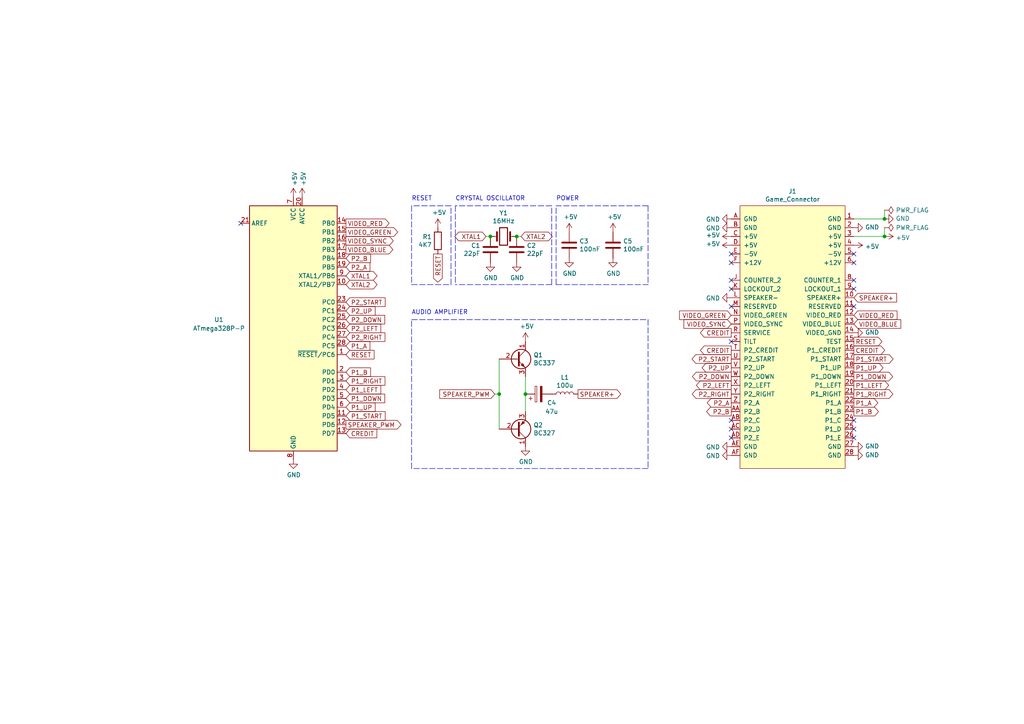
<source format=kicad_sch>
(kicad_sch (version 20211123) (generator eeschema)
  (paper "A4")
  (title_block (title "Comb Board") (date "2021-05-24") (rev "0.0.0") (company "jameswilddev"))
  (lib_symbols
    (symbol "Comb:Game_Connector" (pin_names (offset 1.016))
      (property "Reference" "J" (at 0 36.83 0))
      (property "Value" "Game_Connector" (at 0 -44.45 0))
      (symbol "Game_Connector_0_1"
        (rectangle (start -15.24 34.29) (end 15.24 -41.91) (fill (type background)))
      )
      (symbol "Game_Connector_1_1"
        (pin passive line (at 17.78 30.48 180) (length 2.54) (name "GND") (number "1"))
        (pin passive line (at 17.78 7.62 180) (length 2.54) (name "SPEAKER+") (number "10"))
        (pin passive line (at 17.78 5.08 180) (length 2.54) (name "RESERVED") (number "11"))
        (pin passive line (at 17.78 2.54 180) (length 2.54) (name "VIDEO_RED") (number "12"))
        (pin passive line (at 17.78 0 180) (length 2.54) (name "VIDEO_BLUE") (number "13"))
        (pin passive line (at 17.78 -2.54 180) (length 2.54) (name "VIDEO_GND") (number "14"))
        (pin passive line (at 17.78 -5.08 180) (length 2.54) (name "TEST") (number "15"))
        (pin passive line (at 17.78 -7.62 180) (length 2.54) (name "P1_CREDIT") (number "16"))
        (pin passive line (at 17.78 -10.16 180) (length 2.54) (name "P1_START") (number "17"))
        (pin passive line (at 17.78 -12.7 180) (length 2.54) (name "P1_UP") (number "18"))
        (pin passive line (at 17.78 -15.24 180) (length 2.54) (name "P1_DOWN") (number "19"))
        (pin passive line (at 17.78 27.94 180) (length 2.54) (name "GND") (number "2"))
        (pin passive line (at 17.78 -17.78 180) (length 2.54) (name "P1_LEFT") (number "20"))
        (pin passive line (at 17.78 -20.32 180) (length 2.54) (name "P1_RIGHT") (number "21"))
        (pin passive line (at 17.78 -22.86 180) (length 2.54) (name "P1_A") (number "22"))
        (pin passive line (at 17.78 -25.4 180) (length 2.54) (name "P1_B") (number "23"))
        (pin passive line (at 17.78 -27.94 180) (length 2.54) (name "P1_C") (number "24"))
        (pin passive line (at 17.78 -30.48 180) (length 2.54) (name "P1_D") (number "25"))
        (pin passive line (at 17.78 -33.02 180) (length 2.54) (name "P1_E") (number "26"))
        (pin passive line (at 17.78 -35.56 180) (length 2.54) (name "GND") (number "27"))
        (pin passive line (at 17.78 -38.1 180) (length 2.54) (name "GND") (number "28"))
        (pin passive line (at 17.78 25.4 180) (length 2.54) (name "+5V") (number "3"))
        (pin passive line (at 17.78 22.86 180) (length 2.54) (name "+5V") (number "4"))
        (pin passive line (at 17.78 20.32 180) (length 2.54) (name "-5V") (number "5"))
        (pin passive line (at 17.78 17.78 180) (length 2.54) (name "+12V") (number "6"))
        (pin passive line (at 17.78 12.7 180) (length 2.54) (name "COUNTER_1") (number "8"))
        (pin passive line (at 17.78 10.16 180) (length 2.54) (name "LOCKOUT_1") (number "9"))
        (pin passive line (at -17.78 30.48 0) (length 2.54) (name "GND") (number "A"))
        (pin passive line (at -17.78 -25.4 0) (length 2.54) (name "P2_B") (number "AA"))
        (pin passive line (at -17.78 -27.94 0) (length 2.54) (name "P2_C") (number "AB"))
        (pin passive line (at -17.78 -30.48 0) (length 2.54) (name "P2_D") (number "AC"))
        (pin passive line (at -17.78 -33.02 0) (length 2.54) (name "P2_E") (number "AD"))
        (pin passive line (at -17.78 -35.56 0) (length 2.54) (name "GND") (number "AE"))
        (pin passive line (at -17.78 -38.1 0) (length 2.54) (name "GND") (number "AF"))
        (pin passive line (at -17.78 27.94 0) (length 2.54) (name "GND") (number "B"))
        (pin passive line (at -17.78 25.4 0) (length 2.54) (name "+5V") (number "C"))
        (pin passive line (at -17.78 22.86 0) (length 2.54) (name "+5V") (number "D"))
        (pin passive line (at -17.78 20.32 0) (length 2.54) (name "-5V") (number "E"))
        (pin passive line (at -17.78 17.78 0) (length 2.54) (name "+12V") (number "F"))
        (pin passive line (at -17.78 12.7 0) (length 2.54) (name "COUNTER_2") (number "J"))
        (pin passive line (at -17.78 10.16 0) (length 2.54) (name "LOCKOUT_2") (number "K"))
        (pin passive line (at -17.78 7.62 0) (length 2.54) (name "SPEAKER-") (number "L"))
        (pin passive line (at -17.78 5.08 0) (length 2.54) (name "RESERVED") (number "M"))
        (pin passive line (at -17.78 2.54 0) (length 2.54) (name "VIDEO_GREEN") (number "N"))
        (pin passive line (at -17.78 0 0) (length 2.54) (name "VIDEO_SYNC") (number "P"))
        (pin passive line (at -17.78 -2.54 0) (length 2.54) (name "SERVICE") (number "R"))
        (pin passive line (at -17.78 -5.08 0) (length 2.54) (name "TILT") (number "S"))
        (pin passive line (at -17.78 -7.62 0) (length 2.54) (name "P2_CREDIT") (number "T"))
        (pin passive line (at -17.78 -10.16 0) (length 2.54) (name "P2_START") (number "U"))
        (pin passive line (at -17.78 -12.7 0) (length 2.54) (name "P2_UP") (number "V"))
        (pin passive line (at -17.78 -15.24 0) (length 2.54) (name "P2_DOWN") (number "W"))
        (pin passive line (at -17.78 -17.78 0) (length 2.54) (name "P2_LEFT") (number "X"))
        (pin passive line (at -17.78 -20.32 0) (length 2.54) (name "P2_RIGHT") (number "Y"))
        (pin passive line (at -17.78 -22.86 0) (length 2.54) (name "P2_A") (number "Z"))
      )
    )
    (symbol "Device:C" (pin_numbers hide) (pin_names (offset 0.254))
      (property "Reference" "C" (at 0.635 2.54 0))
      (property "Value" "C" (at 0.635 -2.54 0))
      (symbol "C_0_1"
        (polyline (pts (xy -2.032 -0.762) (xy 2.032 -0.762)) (stroke (width 0.508)))
        (polyline (pts (xy -2.032 0.762) (xy 2.032 0.762)) (stroke (width 0.508)))
      )
      (symbol "C_1_1"
        (pin passive line (at 0 3.81 270) (length 2.794) (name "~") (number "1"))
        (pin passive line (at 0 -3.81 90) (length 2.794) (name "~") (number "2"))
      )
    )
    (symbol "Device:C_Polarized" (pin_numbers hide) (pin_names (offset 0.254))
      (property "Reference" "C" (at 0.635 2.54 0))
      (property "Value" "C_Polarized" (at 0.635 -2.54 0))
      (symbol "C_Polarized_0_1"
        (rectangle (start -2.286 0.508) (end 2.286 1.016))
        (polyline (pts (xy -1.778 2.286) (xy -0.762 2.286)))
        (polyline (pts (xy -1.27 2.794) (xy -1.27 1.778)))
        (rectangle (start 2.286 -0.508) (end -2.286 -1.016) (fill (type outline)))
      )
      (symbol "C_Polarized_1_1"
        (pin passive line (at 0 3.81 270) (length 2.794) (name "~") (number "1"))
        (pin passive line (at 0 -3.81 90) (length 2.794) (name "~") (number "2"))
      )
    )
    (symbol "Device:Crystal" (pin_numbers hide) (pin_names (offset 1.016) hide)
      (property "Reference" "Y" (at 0 3.81 0))
      (property "Value" "Crystal" (at 0 -3.81 0))
      (symbol "Crystal_0_1"
        (rectangle (start -1.143 2.54) (end 1.143 -2.54) (stroke (width 0.3048)))
        (polyline (pts (xy -2.54 0) (xy -1.905 0)))
        (polyline (pts (xy -1.905 -1.27) (xy -1.905 1.27)) (stroke (width 0.508)))
        (polyline (pts (xy 1.905 -1.27) (xy 1.905 1.27)) (stroke (width 0.508)))
        (polyline (pts (xy 2.54 0) (xy 1.905 0)))
      )
      (symbol "Crystal_1_1"
        (pin passive line (at -3.81 0 0) (length 1.27) (name "1") (number "1"))
        (pin passive line (at 3.81 0 180) (length 1.27) (name "2") (number "2"))
      )
    )
    (symbol "Device:L" (pin_numbers hide) (pin_names (offset 1.016) hide)
      (property "Reference" "L" (at -1.27 0 90))
      (property "Value" "L" (at 1.905 0 90))
      (symbol "L_0_1"
        (arc (start 0 -2.54) (mid 0.635 -1.905) (end 0 -1.27))
        (arc (start 0 -1.27) (mid 0.635 -0.635) (end 0 0))
        (arc (start 0 0) (mid 0.635 0.635) (end 0 1.27))
        (arc (start 0 1.27) (mid 0.635 1.905) (end 0 2.54))
      )
      (symbol "L_1_1"
        (pin passive line (at 0 3.81 270) (length 1.27) (name "1") (number "1"))
        (pin passive line (at 0 -3.81 90) (length 1.27) (name "2") (number "2"))
      )
    )
    (symbol "Device:R" (pin_numbers hide) (pin_names (offset 0))
      (property "Reference" "R" (at 2.032 0 90))
      (property "Value" "R" (at 0 0 90))
      (symbol "R_0_1"
        (rectangle (start -1.016 -2.54) (end 1.016 2.54) (stroke (width 0.254)))
      )
      (symbol "R_1_1"
        (pin passive line (at 0 3.81 270) (length 1.27) (name "~") (number "1"))
        (pin passive line (at 0 -3.81 90) (length 1.27) (name "~") (number "2"))
      )
    )
    (symbol "MCU_Microchip_ATmega:ATmega328P-P"
      (property "Reference" "U" (at -12.7 36.83 0))
      (property "Value" "ATmega328P-P" (at 2.54 -36.83 0))
      (symbol "ATmega328P-P_0_1"
        (rectangle (start -12.7 -35.56) (end 12.7 35.56) (stroke (width 0.254)) (fill (type background)))
      )
      (symbol "ATmega328P-P_1_1"
        (pin bidirectional line (at 15.24 -7.62 180) (length 2.54) (name "~{RESET}/PC6") (number "1"))
        (pin bidirectional line (at 15.24 12.7 180) (length 2.54) (name "XTAL2/PB7") (number "10"))
        (pin bidirectional line (at 15.24 -25.4 180) (length 2.54) (name "PD5") (number "11"))
        (pin bidirectional line (at 15.24 -27.94 180) (length 2.54) (name "PD6") (number "12"))
        (pin bidirectional line (at 15.24 -30.48 180) (length 2.54) (name "PD7") (number "13"))
        (pin bidirectional line (at 15.24 30.48 180) (length 2.54) (name "PB0") (number "14"))
        (pin bidirectional line (at 15.24 27.94 180) (length 2.54) (name "PB1") (number "15"))
        (pin bidirectional line (at 15.24 25.4 180) (length 2.54) (name "PB2") (number "16"))
        (pin bidirectional line (at 15.24 22.86 180) (length 2.54) (name "PB3") (number "17"))
        (pin bidirectional line (at 15.24 20.32 180) (length 2.54) (name "PB4") (number "18"))
        (pin bidirectional line (at 15.24 17.78 180) (length 2.54) (name "PB5") (number "19"))
        (pin bidirectional line (at 15.24 -12.7 180) (length 2.54) (name "PD0") (number "2"))
        (pin power_in line (at 2.54 38.1 270) (length 2.54) (name "AVCC") (number "20"))
        (pin passive line (at -15.24 30.48 0) (length 2.54) (name "AREF") (number "21"))
        (pin passive line (at 0 -38.1 90) (length 2.54) hide (name "GND") (number "22"))
        (pin bidirectional line (at 15.24 7.62 180) (length 2.54) (name "PC0") (number "23"))
        (pin bidirectional line (at 15.24 5.08 180) (length 2.54) (name "PC1") (number "24"))
        (pin bidirectional line (at 15.24 2.54 180) (length 2.54) (name "PC2") (number "25"))
        (pin bidirectional line (at 15.24 0 180) (length 2.54) (name "PC3") (number "26"))
        (pin bidirectional line (at 15.24 -2.54 180) (length 2.54) (name "PC4") (number "27"))
        (pin bidirectional line (at 15.24 -5.08 180) (length 2.54) (name "PC5") (number "28"))
        (pin bidirectional line (at 15.24 -15.24 180) (length 2.54) (name "PD1") (number "3"))
        (pin bidirectional line (at 15.24 -17.78 180) (length 2.54) (name "PD2") (number "4"))
        (pin bidirectional line (at 15.24 -20.32 180) (length 2.54) (name "PD3") (number "5"))
        (pin bidirectional line (at 15.24 -22.86 180) (length 2.54) (name "PD4") (number "6"))
        (pin power_in line (at 0 38.1 270) (length 2.54) (name "VCC") (number "7"))
        (pin power_in line (at 0 -38.1 90) (length 2.54) (name "GND") (number "8"))
        (pin bidirectional line (at 15.24 15.24 180) (length 2.54) (name "XTAL1/PB6") (number "9"))
      )
    )
    (symbol "Transistor_BJT:BC327" (pin_names (offset 0) hide)
      (property "Reference" "Q" (at 5.08 1.905 0))
      (property "Value" "BC327" (at 5.08 0 0))
      (symbol "BC327_0_1"
        (polyline (pts (xy 0.635 0.635) (xy 2.54 2.54)))
        (polyline (pts (xy 0.635 -0.635) (xy 2.54 -2.54) (xy 2.54 -2.54)))
        (polyline (pts (xy 0.635 1.905) (xy 0.635 -1.905) (xy 0.635 -1.905)) (stroke (width 0.508)))
        (polyline (pts (xy 2.286 -1.778) (xy 1.778 -2.286) (xy 1.27 -1.27) (xy 2.286 -1.778) (xy 2.286 -1.778)) (fill (type outline)))
        (circle (center 1.27 0) (radius 2.8194) (stroke (width 0.254)))
      )
      (symbol "BC327_1_1"
        (pin passive line (at 2.54 5.08 270) (length 2.54) (name "C") (number "1"))
        (pin input line (at -5.08 0 0) (length 5.715) (name "B") (number "2"))
        (pin passive line (at 2.54 -5.08 90) (length 2.54) (name "E") (number "3"))
      )
    )
    (symbol "Transistor_BJT:BC337" (pin_names (offset 0) hide)
      (property "Reference" "Q" (at 5.08 1.905 0))
      (property "Value" "BC337" (at 5.08 0 0))
      (symbol "BC337_0_1"
        (polyline (pts (xy 0 0) (xy 0.635 0)))
        (polyline (pts (xy 0.635 0.635) (xy 2.54 2.54)))
        (polyline (pts (xy 0.635 -0.635) (xy 2.54 -2.54) (xy 2.54 -2.54)))
        (polyline (pts (xy 0.635 1.905) (xy 0.635 -1.905) (xy 0.635 -1.905)) (stroke (width 0.508)))
        (polyline (pts (xy 1.27 -1.778) (xy 1.778 -1.27) (xy 2.286 -2.286) (xy 1.27 -1.778) (xy 1.27 -1.778)) (fill (type outline)))
        (circle (center 1.27 0) (radius 2.8194) (stroke (width 0.254)))
      )
      (symbol "BC337_1_1"
        (pin passive line (at 2.54 5.08 270) (length 2.54) (name "C") (number "1"))
        (pin input line (at -5.08 0 0) (length 5.08) (name "B") (number "2"))
        (pin passive line (at 2.54 -5.08 90) (length 2.54) (name "E") (number "3"))
      )
    )
    (symbol "power:+5V" (power) (pin_names (offset 0))
      (property "Value" "+5V" (at 0 3.556 0))
      (symbol "+5V_0_1"
        (polyline (pts (xy -0.762 1.27) (xy 0 2.54)))
        (polyline (pts (xy 0 0) (xy 0 2.54)))
        (polyline (pts (xy 0 2.54) (xy 0.762 1.27)))
      )
      (symbol "+5V_1_1"
        (pin power_in line (at 0 0 90) (length 0) hide (name "+5V") (number "1"))
      )
    )
    (symbol "power:GND" (power) (pin_names (offset 0))
      (property "Value" "GND" (at 0 -3.81 0))
      (symbol "GND_0_1"
        (polyline (pts (xy 0 0) (xy 0 -1.27) (xy 1.27 -1.27) (xy 0 -2.54) (xy -1.27 -1.27) (xy 0 -1.27)))
      )
      (symbol "GND_1_1"
        (pin power_in line (at 0 0 270) (length 0) hide (name "GND") (number "1"))
      )
    )
    (symbol "power:PWR_FLAG" (power) (pin_numbers hide) (pin_names (offset 0) hide)
      (property "Value" "PWR_FLAG" (at 0 3.81 0))
      (symbol "PWR_FLAG_0_0"
        (pin power_out line (at 0 0 90) (length 0) (name "pwr") (number "1"))
      )
      (symbol "PWR_FLAG_0_1"
        (polyline (pts (xy 0 0) (xy 0 1.27) (xy -1.016 1.905) (xy 0 2.54) (xy 1.016 1.905) (xy 0 1.27)))
      )
    )
  )
  (junction (at 142.24 68.58))
  (junction (at 152.4 114.3))
  (junction (at 149.86 68.58))
  (junction (at 256.54 63.5))
  (junction (at 256.54 68.58))
  (junction (at 144.78 114.3))
  (no_connect (at 212.09 76.2))
  (no_connect (at 212.09 88.9))
  (no_connect (at 247.65 73.66))
  (no_connect (at 212.09 127))
  (no_connect (at 212.09 83.82))
  (no_connect (at 212.09 121.92))
  (no_connect (at 247.65 124.46))
  (no_connect (at 247.65 76.2))
  (no_connect (at 247.65 121.92))
  (no_connect (at 212.09 99.06))
  (no_connect (at 247.65 88.9))
  (no_connect (at 247.65 83.82))
  (no_connect (at 212.09 124.46))
  (no_connect (at 69.85 64.77))
  (no_connect (at 247.65 127))
  (no_connect (at 212.09 73.66))
  (no_connect (at 247.65 81.28))
  (no_connect (at 212.09 81.28))
  (wire (pts (xy 140.97 68.58) (xy 142.24 68.58)))
  (polyline (pts (xy 187.96 59.69) (xy 161.29 59.69)))
  (wire (pts (xy 256.54 63.5) (xy 256.54 60.96)))
  (polyline (pts (xy 119.38 135.89) (xy 119.38 92.71)))
  (polyline (pts (xy 160.02 82.55) (xy 160.02 59.69)))
  (polyline (pts (xy 130.81 59.69) (xy 119.38 59.69)))
  (wire (pts (xy 152.4 109.22) (xy 152.4 114.3)))
  (polyline (pts (xy 119.38 92.71) (xy 187.96 92.71)))
  (polyline (pts (xy 187.96 59.69) (xy 187.96 82.55)))
  (wire (pts (xy 247.65 68.58) (xy 256.54 68.58)))
  (polyline (pts (xy 161.29 82.55) (xy 161.29 59.69)))
  (polyline (pts (xy 187.96 135.89) (xy 119.38 135.89)))
  (polyline (pts (xy 160.02 82.55) (xy 132.08 82.55)))
  (wire (pts (xy 151.13 68.58) (xy 149.86 68.58)))
  (polyline (pts (xy 160.02 59.69) (xy 132.08 59.69)))
  (wire (pts (xy 149.86 68.58) (xy 149.86 71.12)))
  (polyline (pts (xy 161.29 82.55) (xy 187.96 82.55)))
  (polyline (pts (xy 132.08 59.69) (xy 132.08 82.55)))
  (wire (pts (xy 256.54 66.04) (xy 256.54 68.58)))
  (wire (pts (xy 142.24 68.58) (xy 142.24 71.12)))
  (polyline (pts (xy 187.96 92.71) (xy 187.96 135.89)))
  (wire (pts (xy 144.78 104.14) (xy 144.78 114.3)))
  (polyline (pts (xy 130.81 82.55) (xy 130.81 59.69)))
  (polyline (pts (xy 119.38 59.69) (xy 119.38 82.55)))
  (wire (pts (xy 144.78 114.3) (xy 144.78 124.46)))
  (wire (pts (xy 143.51 114.3) (xy 144.78 114.3)))
  (wire (pts (xy 152.4 114.3) (xy 152.4 119.38)))
  (wire (pts (xy 247.65 63.5) (xy 256.54 63.5)))
  (polyline (pts (xy 119.38 82.55) (xy 130.81 82.55)))
  (text "RESET" (at 119.38 58.42 0) (effects (font (size 1.27 1.27)) (justify left bottom)))
  (text "AUDIO AMPLIFIER" (at 119.38 91.44 0) (effects (font (size 1.27 1.27)) (justify left bottom)))
  (text "CRYSTAL OSCILLATOR" (at 132.08 58.42 0) (effects (font (size 1.27 1.27)) (justify left bottom)))
  (text "POWER" (at 161.29 58.42 0) (effects (font (size 1.27 1.27)) (justify left bottom)))
  (global_label "P1_UP" (shape input) (at 100.33 118.11 0) (property "Intersheet References" "${INTERSHEET_REFS}" (effects hide)))
  (global_label "VIDEO_RED" (shape output) (at 100.33 64.77 0) (property "Intersheet References" "${INTERSHEET_REFS}" (effects hide)))
  (global_label "P2_B" (shape output) (at 212.09 119.38 180) (property "Intersheet References" "${INTERSHEET_REFS}" (effects hide)))
  (global_label "P2_RIGHT" (shape input) (at 100.33 97.79 0) (property "Intersheet References" "${INTERSHEET_REFS}" (effects hide)))
  (global_label "VIDEO_SYNC" (shape output) (at 100.33 69.85 0) (property "Intersheet References" "${INTERSHEET_REFS}" (effects hide)))
  (global_label "P1_RIGHT" (shape input) (at 100.33 110.49 0) (property "Intersheet References" "${INTERSHEET_REFS}" (effects hide)))
  (global_label "VIDEO_SYNC" (shape input) (at 212.09 93.98 180) (property "Intersheet References" "${INTERSHEET_REFS}" (effects hide)))
  (global_label "P2_UP" (shape input) (at 100.33 90.17 0) (property "Intersheet References" "${INTERSHEET_REFS}" (effects hide)))
  (global_label "XTAL2" (shape bidirectional) (at 100.33 82.55 0) (property "Intersheet References" "${INTERSHEET_REFS}" (effects hide)))
  (global_label "P2_LEFT" (shape input) (at 100.33 95.25 0) (property "Intersheet References" "${INTERSHEET_REFS}" (effects hide)))
  (global_label "RESET" (shape output) (at 247.65 99.06 0) (property "Intersheet References" "${INTERSHEET_REFS}" (effects hide)))
  (global_label "VIDEO_GREEN" (shape input) (at 212.09 91.44 180) (property "Intersheet References" "${INTERSHEET_REFS}" (effects hide)))
  (global_label "P1_DOWN" (shape input) (at 100.33 115.57 0) (property "Intersheet References" "${INTERSHEET_REFS}" (effects hide)))
  (global_label "SPEAKER_PWM" (shape output) (at 100.33 123.19 0) (property "Intersheet References" "${INTERSHEET_REFS}" (effects hide)))
  (global_label "RESET" (shape output) (at 127 73.66 270) (property "Intersheet References" "${INTERSHEET_REFS}" (effects hide)))
  (global_label "P1_A" (shape output) (at 247.65 116.84 0) (property "Intersheet References" "${INTERSHEET_REFS}" (effects hide)))
  (global_label "CREDIT" (shape output) (at 247.65 101.6 0) (property "Intersheet References" "${INTERSHEET_REFS}" (effects hide)))
  (global_label "RESET" (shape input) (at 100.33 102.87 0) (property "Intersheet References" "${INTERSHEET_REFS}" (effects hide)))
  (global_label "VIDEO_GREEN" (shape output) (at 100.33 67.31 0) (property "Intersheet References" "${INTERSHEET_REFS}" (effects hide)))
  (global_label "XTAL1" (shape bidirectional) (at 100.33 80.01 0) (property "Intersheet References" "${INTERSHEET_REFS}" (effects hide)))
  (global_label "XTAL2" (shape bidirectional) (at 151.13 68.58 0) (property "Intersheet References" "${INTERSHEET_REFS}" (effects hide)))
  (global_label "P1_START" (shape output) (at 247.65 104.14 0) (property "Intersheet References" "${INTERSHEET_REFS}" (effects hide)))
  (global_label "CREDIT" (shape input) (at 100.33 125.73 0) (property "Intersheet References" "${INTERSHEET_REFS}" (effects hide)))
  (global_label "P2_B" (shape input) (at 100.33 74.93 0) (property "Intersheet References" "${INTERSHEET_REFS}" (effects hide)))
  (global_label "SPEAKER+" (shape output) (at 167.64 114.3 0) (property "Intersheet References" "${INTERSHEET_REFS}" (effects hide)))
  (global_label "CREDIT" (shape output) (at 212.09 101.6 180) (property "Intersheet References" "${INTERSHEET_REFS}" (effects hide)))
  (global_label "VIDEO_RED" (shape input) (at 247.65 91.44 0) (property "Intersheet References" "${INTERSHEET_REFS}" (effects hide)))
  (global_label "VIDEO_BLUE" (shape input) (at 247.65 93.98 0) (property "Intersheet References" "${INTERSHEET_REFS}" (effects hide)))
  (global_label "P1_A" (shape input) (at 100.33 100.33 0) (property "Intersheet References" "${INTERSHEET_REFS}" (effects hide)))
  (global_label "P1_LEFT" (shape output) (at 247.65 111.76 0) (property "Intersheet References" "${INTERSHEET_REFS}" (effects hide)))
  (global_label "P2_START" (shape input) (at 100.33 87.63 0) (property "Intersheet References" "${INTERSHEET_REFS}" (effects hide)))
  (global_label "CREDIT" (shape output) (at 212.09 96.52 180) (property "Intersheet References" "${INTERSHEET_REFS}" (effects hide)))
  (global_label "SPEAKER+" (shape input) (at 247.65 86.36 0) (property "Intersheet References" "${INTERSHEET_REFS}" (effects hide)))
  (global_label "P2_DOWN" (shape input) (at 100.33 92.71 0) (property "Intersheet References" "${INTERSHEET_REFS}" (effects hide)))
  (global_label "P1_RIGHT" (shape output) (at 247.65 114.3 0) (property "Intersheet References" "${INTERSHEET_REFS}" (effects hide)))
  (global_label "P1_START" (shape input) (at 100.33 120.65 0) (property "Intersheet References" "${INTERSHEET_REFS}" (effects hide)))
  (global_label "XTAL1" (shape bidirectional) (at 140.97 68.58 180) (property "Intersheet References" "${INTERSHEET_REFS}" (effects hide)))
  (global_label "VIDEO_BLUE" (shape output) (at 100.33 72.39 0) (property "Intersheet References" "${INTERSHEET_REFS}" (effects hide)))
  (global_label "P1_B" (shape input) (at 100.33 107.95 0) (property "Intersheet References" "${INTERSHEET_REFS}" (effects hide)))
  (global_label "P2_LEFT" (shape output) (at 212.09 111.76 180) (property "Intersheet References" "${INTERSHEET_REFS}" (effects hide)))
  (global_label "P2_DOWN" (shape output) (at 212.09 109.22 180) (property "Intersheet References" "${INTERSHEET_REFS}" (effects hide)))
  (global_label "P2_RIGHT" (shape output) (at 212.09 114.3 180) (property "Intersheet References" "${INTERSHEET_REFS}" (effects hide)))
  (global_label "P1_LEFT" (shape input) (at 100.33 113.03 0) (property "Intersheet References" "${INTERSHEET_REFS}" (effects hide)))
  (global_label "P2_START" (shape output) (at 212.09 104.14 180) (property "Intersheet References" "${INTERSHEET_REFS}" (effects hide)))
  (global_label "P1_DOWN" (shape output) (at 247.65 109.22 0) (property "Intersheet References" "${INTERSHEET_REFS}" (effects hide)))
  (global_label "P2_A" (shape input) (at 100.33 77.47 0) (property "Intersheet References" "${INTERSHEET_REFS}" (effects hide)))
  (global_label "P1_B" (shape output) (at 247.65 119.38 0) (property "Intersheet References" "${INTERSHEET_REFS}" (effects hide)))
  (global_label "SPEAKER_PWM" (shape input) (at 143.51 114.3 180) (property "Intersheet References" "${INTERSHEET_REFS}" (effects hide)))
  (global_label "P2_UP" (shape output) (at 212.09 106.68 180) (property "Intersheet References" "${INTERSHEET_REFS}" (effects hide)))
  (global_label "P2_A" (shape output) (at 212.09 116.84 180) (property "Intersheet References" "${INTERSHEET_REFS}" (effects hide)))
  (global_label "P1_UP" (shape output) (at 247.65 106.68 0) (property "Intersheet References" "${INTERSHEET_REFS}" (effects hide)))
  (symbol (lib_id "Device:Crystal") (at 146.05 68.58 0) (unit 1)
    (property "Reference" "Y1" (at 146.05 61.7728 0))
    (property "Value" "16MHz" (at 146.05 64.0842 0))
    (property "Footprint" "Crystal:Crystal_HC49-4H_Vertical" (effects hide))
  )
  (symbol (lib_id "Device:C") (at 149.86 72.39 180) (unit 1)
    (property "Reference" "C2" (at 152.781 71.2216 0) (effects (justify right)))
    (property "Value" "22pF" (at 152.781 73.533 0) (effects (justify right)))
    (property "Footprint" "Capacitor_THT:C_Disc_D3.0mm_W1.6mm_P2.50mm" (effects hide))
  )
  (symbol (lib_id "Device:C") (at 142.24 72.39 0) (mirror x) (unit 1)
    (property "Reference" "C1" (at 139.319 71.2216 0) (effects (justify right)))
    (property "Value" "22pF" (at 139.319 73.533 0) (effects (justify right)))
    (property "Footprint" "Capacitor_THT:C_Disc_D3.0mm_W1.6mm_P2.50mm" (effects hide))
  )
  (symbol (lib_id "Comb:Game_Connector") (at 229.87 93.98 0) (unit 1)
    (property "Reference" "J1" (at 229.87 55.499 0))
    (property "Value" "Game_Connector" (at 229.87 57.8104 0))
    (property "Footprint" "Comb:Edge_Connector" (effects hide))
  )
  (symbol (lib_id "power:GND") (at 247.65 66.04 90) (unit 1)
    (property "Reference" "#PWR0101" (effects hide))
    (property "Value" "GND" (at 250.9012 65.913 90) (effects (justify right)))
  )
  (symbol (lib_id "power:GND") (at 247.65 132.08 90) (unit 1)
    (property "Reference" "#PWR0103" (effects hide))
    (property "Value" "GND" (at 250.9012 131.953 90) (effects (justify right)))
  )
  (symbol (lib_id "power:GND") (at 247.65 129.54 90) (unit 1)
    (property "Reference" "#PWR0104" (effects hide))
    (property "Value" "GND" (at 250.9012 129.413 90) (effects (justify right)))
  )
  (symbol (lib_id "power:+5V") (at 247.65 71.12 270) (unit 1)
    (property "Reference" "#PWR0105" (effects hide))
    (property "Value" "+5V" (at 250.9012 71.501 90) (effects (justify left)))
  )
  (symbol (lib_id "power:GND") (at 212.09 63.5 270) (unit 1)
    (property "Reference" "#PWR0107" (effects hide))
    (property "Value" "GND" (at 208.8388 63.627 90) (effects (justify right)))
  )
  (symbol (lib_id "power:GND") (at 212.09 66.04 270) (unit 1)
    (property "Reference" "#PWR0108" (effects hide))
    (property "Value" "GND" (at 208.8388 66.167 90) (effects (justify right)))
  )
  (symbol (lib_id "power:+5V") (at 212.09 68.58 90) (unit 1)
    (property "Reference" "#PWR0109" (effects hide))
    (property "Value" "+5V" (at 208.8388 68.199 90) (effects (justify left)))
  )
  (symbol (lib_id "power:+5V") (at 212.09 71.12 90) (unit 1)
    (property "Reference" "#PWR0110" (effects hide))
    (property "Value" "+5V" (at 208.8388 70.739 90) (effects (justify left)))
  )
  (symbol (lib_id "power:GND") (at 212.09 129.54 270) (unit 1)
    (property "Reference" "#PWR0111" (effects hide))
    (property "Value" "GND" (at 208.8388 129.667 90) (effects (justify right)))
  )
  (symbol (lib_id "power:GND") (at 142.24 76.2 0) (unit 1)
    (property "Reference" "#PWR0118" (effects hide))
    (property "Value" "GND" (at 142.367 80.5942 0))
  )
  (symbol (lib_id "power:GND") (at 212.09 132.08 270) (unit 1)
    (property "Reference" "#PWR0112" (effects hide))
    (property "Value" "GND" (at 208.8388 132.207 90) (effects (justify right)))
  )
  (symbol (lib_id "power:GND") (at 149.86 76.2 0) (unit 1)
    (property "Reference" "#PWR0119" (effects hide))
    (property "Value" "GND" (at 149.987 80.5942 0))
  )
  (symbol (lib_id "power:GND") (at 212.09 86.36 270) (unit 1)
    (property "Reference" "#PWR0113" (effects hide))
    (property "Value" "GND" (at 208.8388 86.487 90) (effects (justify right)))
  )
  (symbol (lib_id "power:GND") (at 85.09 133.35 0) (unit 1)
    (property "Reference" "#PWR0114" (effects hide))
    (property "Value" "GND" (at 85.217 137.7442 0))
  )
  (symbol (lib_id "power:+5V") (at 87.63 57.15 0) (unit 1)
    (property "Reference" "#PWR0115" (effects hide))
    (property "Value" "+5V" (at 88.011 53.8988 90) (effects (justify left)))
  )
  (symbol (lib_id "Transistor_BJT:BC327") (at 149.86 124.46 0) (mirror x) (unit 1)
    (property "Reference" "Q2" (at 154.7114 123.2916 0) (effects (justify left)))
    (property "Value" "BC327" (at 154.7114 125.603 0) (effects (justify left)))
    (property "Footprint" "Package_TO_SOT_THT:TO-92_Inline" (effects hide))
    (property "Datasheet" "http://www.onsemi.com/pub_link/Collateral/BC327-D.PDF" (effects hide))
  )
  (symbol (lib_id "Transistor_BJT:BC337") (at 149.86 104.14 0) (unit 1)
    (property "Reference" "Q1" (at 154.7114 102.9716 0) (effects (justify left)))
    (property "Value" "BC337" (at 154.7114 105.283 0) (effects (justify left)))
    (property "Footprint" "Package_TO_SOT_THT:TO-92_Inline" (effects hide))
    (property "Datasheet" "https://diotec.com/tl_files/diotec/files/pdf/datasheets/bc337.pdf" (effects hide))
  )
  (symbol (lib_id "power:GND") (at 152.4 129.54 0) (unit 1)
    (property "Reference" "#PWR0117" (effects hide))
    (property "Value" "GND" (at 152.527 133.9342 0))
  )
  (symbol (lib_id "power:+5V") (at 152.4 99.06 0) (unit 1)
    (property "Reference" "#PWR0116" (effects hide))
    (property "Value" "+5V" (at 152.781 94.6658 0))
  )
  (symbol (lib_id "Device:L") (at 163.83 114.3 90) (unit 1)
    (property "Reference" "L1" (at 163.83 109.474 90))
    (property "Value" "100u" (at 163.83 111.7854 90))
    (property "Footprint" "Inductor_THT:L_Radial_D7.5mm_P5.00mm_Fastron_07P" (effects hide))
  )
  (symbol (lib_id "power:GND") (at 247.65 96.52 90) (unit 1)
    (property "Reference" "#PWR0122" (effects hide))
    (property "Value" "GND" (at 250.9012 96.393 90) (effects (justify right)))
  )
  (symbol (lib_id "Device:R") (at 127 69.85 0) (mirror x) (unit 1)
    (property "Reference" "R1" (at 125.2474 68.6816 0) (effects (justify right)))
    (property "Value" "4K7" (at 125.2474 70.993 0) (effects (justify right)))
    (property "Footprint" "Resistor_THT:R_Axial_DIN0204_L3.6mm_D1.6mm_P7.62mm_Horizontal" (effects hide))
  )
  (symbol (lib_id "power:+5V") (at 127 66.04 0) (unit 1)
    (property "Reference" "#PWR0126" (effects hide))
    (property "Value" "+5V" (at 127.381 61.6458 0))
  )
  (symbol (lib_id "power:+5V") (at 85.09 57.15 0) (unit 1)
    (property "Reference" "#PWR0123" (effects hide))
    (property "Value" "+5V" (at 85.471 53.8988 90) (effects (justify left)))
  )
  (symbol (lib_id "Device:C") (at 165.1 71.12 180) (unit 1)
    (property "Reference" "C3" (at 168.021 69.9516 0) (effects (justify right)))
    (property "Value" "100nF" (at 168.021 72.263 0) (effects (justify right)))
    (property "Footprint" "Capacitor_THT:C_Disc_D3.0mm_W1.6mm_P2.50mm" (effects hide))
  )
  (symbol (lib_id "power:GND") (at 165.1 74.93 0) (unit 1)
    (property "Reference" "#PWR0120" (effects hide))
    (property "Value" "GND" (at 165.227 79.3242 0))
  )
  (symbol (lib_id "power:+5V") (at 165.1 67.31 0) (unit 1)
    (property "Reference" "#PWR0121" (effects hide))
    (property "Value" "+5V" (at 165.481 62.9158 0))
  )
  (symbol (lib_id "power:+5V") (at 256.54 68.58 270) (unit 1)
    (property "Reference" "#PWR0102" (effects hide))
    (property "Value" "+5V" (at 259.7912 68.961 90) (effects (justify left)))
  )
  (symbol (lib_id "power:PWR_FLAG") (at 256.54 66.04 270) (unit 1)
    (property "Reference" "#FLG0101" (effects hide))
    (property "Value" "PWR_FLAG" (at 259.7912 66.04 90) (effects (justify left)))
  )
  (symbol (lib_id "power:PWR_FLAG") (at 256.54 60.96 270) (unit 1)
    (property "Reference" "#FLG0102" (effects hide))
    (property "Value" "PWR_FLAG" (at 259.7912 60.96 90) (effects (justify left)))
  )
  (symbol (lib_id "power:GND") (at 256.54 63.5 90) (unit 1)
    (property "Reference" "#PWR0106" (effects hide))
    (property "Value" "GND" (at 259.7912 63.373 90) (effects (justify right)))
  )
  (symbol (lib_id "power:GND") (at 177.8 74.93 0) (unit 1)
    (property "Reference" "#PWR?" (effects hide))
    (property "Value" "GND" (at 177.927 79.3242 0))
  )
  (symbol (lib_id "Device:C_Polarized") (at 156.21 114.3 90) (unit 1)
    (property "Reference" "C4" (at 160.02 116.84 90))
    (property "Value" "47u" (at 160.02 119.38 90))
    (property "Footprint" "Capacitor_THT:CP_Radial_D6.3mm_P2.50mm" (effects hide))
  )
  (symbol (lib_id "power:+5V") (at 177.8 67.31 0) (unit 1)
    (property "Reference" "#PWR?" (effects hide))
    (property "Value" "+5V" (at 178.181 62.9158 0))
  )
  (symbol (lib_id "Device:C") (at 177.8 71.12 180) (unit 1)
    (property "Reference" "C5" (at 180.721 69.9516 0) (effects (justify right)))
    (property "Value" "100nF" (at 180.721 72.263 0) (effects (justify right)))
    (property "Footprint" "Capacitor_THT:C_Disc_D3.0mm_W1.6mm_P2.50mm" (effects hide))
  )
  (symbol (lib_id "MCU_Microchip_ATmega:ATmega328P-P") (at 85.09 95.25 0) (unit 1)
    (property "Reference" "U1" (at 63.5 92.71 0))
    (property "Value" "ATmega328P-P" (at 63.5 95.25 0))
    (property "Footprint" "Package_DIP:DIP-28_W7.62mm" (effects hide))
    (property "Datasheet" "http://ww1.microchip.com/downloads/en/DeviceDoc/ATmega328_P%20AVR%20MCU%20with%20picoPower%20Technology%20Data%20Sheet%2040001984A.pdf" (effects hide))
  )
)
</source>
